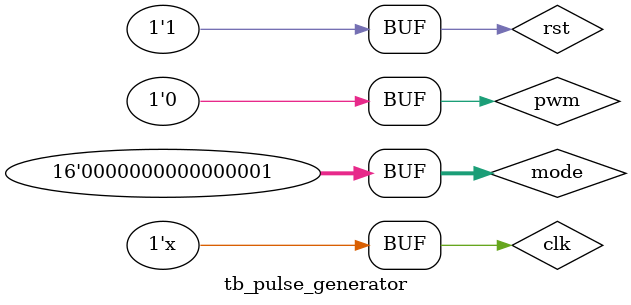
<source format=v>
`timescale 1ns / 1ps

module tb_pulse_generator;

	// Inputs
	reg clk;
	reg clr;
	reg [15:0] mode;
	

	// Outputs
	wire [6:0] seg;
	wire [3:0] an;
	wire alarm;

	// Instantiate the Unit Under Test (UUT)
	pulse_generator uut (
		.clk(clk), 
		.rst(rst), 
		.mode(mode), 
		.pwm(pwm), 
	);

	initial begin
		// Initialize Inputs
		clk = 0;
		rst = 0;
		mode = 0;
		pwm = 0;

		// Wait 100 ns for global reset to finish
		#100;
        mode[0]=0;
          #100000;
          #100000;
          #100000;
          #100000;
          mode[0]=1;
          #10;
          mode[15]=1;
          #100000;
          #100000;
          #100000;
          #100000;
          rst=1;
          #100000;
          #100000;
          #100000;
          #100000;
          mode=1;
          #500;
          mode=1;
          #500;
          mode=1;
          #500;
          mode=1;
          #500;
	end
      always #1 clk=~clk;
    
    
    
endmodule

</source>
